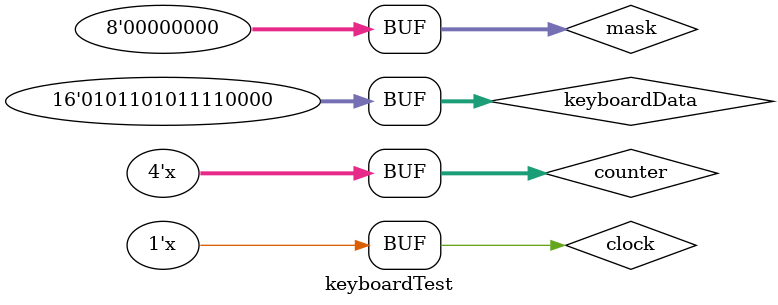
<source format=v>
`timescale 1ns / 1ps

module keyboardTest();

//input
reg clock = 0;
//reg keyboardClock = 0;
reg[15:0] keyboardData = 16'h5AF0;
reg[3:0] counter = 0;
reg[7:0] mask = 8'b0000_0000;

//output
wire[7:0] segmentValues;
wire[7:0] outMask;
wire dividedClock;

reg testKeyboardData = 0;
//reg flag = 0;

always #10 
begin
    clock = ~clock;
//    keyboardClock = ~keyboardClock;
//    if (counter >= 5'd15)
//        testKeyboardData = 0;
//        flag = 1;
//    else
//        testKeyboardData = keyboardData[counter];
    counter = counter + 1;
end

always@(posedge clock)
    testKeyboardData = keyboardData[counter];

Main main(.clock(clock), .inp(4'b0000), .button(1'b0), .sortButton(1'b0), .resetButton(1'b0),
             .leftButton(1'b0), .rightButton(1'b0), .mask(mask), .keyboardClock(dividedClock), .keyboardData(testKeyboardData), .segmentValues(segmentValues), .outMask(outMask));
             
ClockDivider #(3) keyboardClockDivider(.clock(clock), .outClock(dividedClock));


endmodule

</source>
